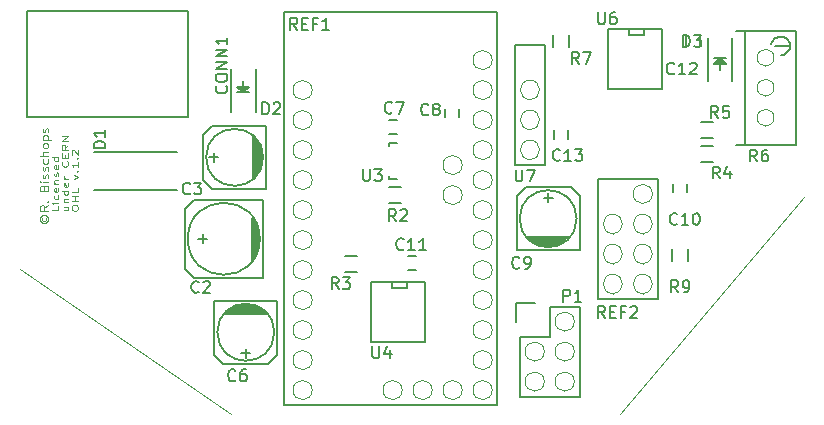
<source format=gto>
G04 #@! TF.FileFunction,Legend,Top*
%FSLAX46Y46*%
G04 Gerber Fmt 4.6, Leading zero omitted, Abs format (unit mm)*
G04 Created by KiCad (PCBNEW 4.0.2-stable) date 2-3-2016 10:14:05*
%MOMM*%
G01*
G04 APERTURE LIST*
%ADD10C,0.100000*%
%ADD11C,0.125000*%
%ADD12C,0.150000*%
G04 APERTURE END LIST*
D10*
D11*
X1865238Y16624763D02*
X1841429Y16577143D01*
X1841429Y16481905D01*
X1865238Y16434286D01*
X1912857Y16386667D01*
X1960476Y16362858D01*
X2055714Y16362858D01*
X2103333Y16386667D01*
X2150952Y16434286D01*
X2174762Y16481905D01*
X2174762Y16577143D01*
X2150952Y16624763D01*
X1674762Y16529524D02*
X1698571Y16410477D01*
X1770000Y16291429D01*
X1889048Y16220001D01*
X2008095Y16196191D01*
X2127143Y16220001D01*
X2246190Y16291429D01*
X2317619Y16410477D01*
X2341429Y16529524D01*
X2317619Y16648572D01*
X2246190Y16767620D01*
X2127143Y16839048D01*
X2008095Y16862858D01*
X1889048Y16839048D01*
X1770000Y16767620D01*
X1698571Y16648572D01*
X1674762Y16529524D01*
X2366667Y17674286D02*
X2033333Y17424286D01*
X2366667Y17245714D02*
X1666667Y17245714D01*
X1666667Y17531429D01*
X1700000Y17602857D01*
X1733333Y17638572D01*
X1800000Y17674286D01*
X1900000Y17674286D01*
X1966667Y17638572D01*
X2000000Y17602857D01*
X2033333Y17531429D01*
X2033333Y17245714D01*
X2300000Y17995714D02*
X2333333Y18031429D01*
X2366667Y17995714D01*
X2333333Y17960000D01*
X2300000Y17995714D01*
X2366667Y17995714D01*
X2000000Y19174286D02*
X2033333Y19281429D01*
X2066667Y19317144D01*
X2133333Y19352858D01*
X2233333Y19352858D01*
X2300000Y19317144D01*
X2333333Y19281429D01*
X2366667Y19210001D01*
X2366667Y18924286D01*
X1666667Y18924286D01*
X1666667Y19174286D01*
X1700000Y19245715D01*
X1733333Y19281429D01*
X1800000Y19317144D01*
X1866667Y19317144D01*
X1933333Y19281429D01*
X1966667Y19245715D01*
X2000000Y19174286D01*
X2000000Y18924286D01*
X2366667Y19674286D02*
X1900000Y19674286D01*
X1666667Y19674286D02*
X1700000Y19638572D01*
X1733333Y19674286D01*
X1700000Y19710001D01*
X1666667Y19674286D01*
X1733333Y19674286D01*
X2333333Y19995715D02*
X2366667Y20067144D01*
X2366667Y20210001D01*
X2333333Y20281429D01*
X2266667Y20317144D01*
X2233333Y20317144D01*
X2166667Y20281429D01*
X2133333Y20210001D01*
X2133333Y20102858D01*
X2100000Y20031429D01*
X2033333Y19995715D01*
X2000000Y19995715D01*
X1933333Y20031429D01*
X1900000Y20102858D01*
X1900000Y20210001D01*
X1933333Y20281429D01*
X2333333Y20602858D02*
X2366667Y20674287D01*
X2366667Y20817144D01*
X2333333Y20888572D01*
X2266667Y20924287D01*
X2233333Y20924287D01*
X2166667Y20888572D01*
X2133333Y20817144D01*
X2133333Y20710001D01*
X2100000Y20638572D01*
X2033333Y20602858D01*
X2000000Y20602858D01*
X1933333Y20638572D01*
X1900000Y20710001D01*
X1900000Y20817144D01*
X1933333Y20888572D01*
X2333333Y21567144D02*
X2366667Y21495715D01*
X2366667Y21352858D01*
X2333333Y21281430D01*
X2300000Y21245715D01*
X2233333Y21210001D01*
X2033333Y21210001D01*
X1966667Y21245715D01*
X1933333Y21281430D01*
X1900000Y21352858D01*
X1900000Y21495715D01*
X1933333Y21567144D01*
X2366667Y21888572D02*
X1666667Y21888572D01*
X2366667Y22210001D02*
X2000000Y22210001D01*
X1933333Y22174287D01*
X1900000Y22102858D01*
X1900000Y21995715D01*
X1933333Y21924287D01*
X1966667Y21888572D01*
X2366667Y22674286D02*
X2333333Y22602858D01*
X2300000Y22567143D01*
X2233333Y22531429D01*
X2033333Y22531429D01*
X1966667Y22567143D01*
X1933333Y22602858D01*
X1900000Y22674286D01*
X1900000Y22781429D01*
X1933333Y22852858D01*
X1966667Y22888572D01*
X2033333Y22924286D01*
X2233333Y22924286D01*
X2300000Y22888572D01*
X2333333Y22852858D01*
X2366667Y22781429D01*
X2366667Y22674286D01*
X1900000Y23245714D02*
X2600000Y23245714D01*
X1933333Y23245714D02*
X1900000Y23317143D01*
X1900000Y23460000D01*
X1933333Y23531429D01*
X1966667Y23567143D01*
X2033333Y23602857D01*
X2233333Y23602857D01*
X2300000Y23567143D01*
X2333333Y23531429D01*
X2366667Y23460000D01*
X2366667Y23317143D01*
X2333333Y23245714D01*
X2333333Y23888571D02*
X2366667Y23960000D01*
X2366667Y24102857D01*
X2333333Y24174285D01*
X2266667Y24210000D01*
X2233333Y24210000D01*
X2166667Y24174285D01*
X2133333Y24102857D01*
X2133333Y23995714D01*
X2100000Y23924285D01*
X2033333Y23888571D01*
X2000000Y23888571D01*
X1933333Y23924285D01*
X1900000Y23995714D01*
X1900000Y24102857D01*
X1933333Y24174285D01*
X3211190Y17615714D02*
X3211190Y17258571D01*
X2711190Y17258571D01*
X3211190Y17865714D02*
X2877857Y17865714D01*
X2711190Y17865714D02*
X2735000Y17830000D01*
X2758810Y17865714D01*
X2735000Y17901429D01*
X2711190Y17865714D01*
X2758810Y17865714D01*
X3187381Y18544286D02*
X3211190Y18472857D01*
X3211190Y18330000D01*
X3187381Y18258572D01*
X3163571Y18222857D01*
X3115952Y18187143D01*
X2973095Y18187143D01*
X2925476Y18222857D01*
X2901667Y18258572D01*
X2877857Y18330000D01*
X2877857Y18472857D01*
X2901667Y18544286D01*
X3187381Y19151429D02*
X3211190Y19080000D01*
X3211190Y18937143D01*
X3187381Y18865714D01*
X3139762Y18830000D01*
X2949286Y18830000D01*
X2901667Y18865714D01*
X2877857Y18937143D01*
X2877857Y19080000D01*
X2901667Y19151429D01*
X2949286Y19187143D01*
X2996905Y19187143D01*
X3044524Y18830000D01*
X2877857Y19508571D02*
X3211190Y19508571D01*
X2925476Y19508571D02*
X2901667Y19544286D01*
X2877857Y19615714D01*
X2877857Y19722857D01*
X2901667Y19794286D01*
X2949286Y19830000D01*
X3211190Y19830000D01*
X3187381Y20151428D02*
X3211190Y20222857D01*
X3211190Y20365714D01*
X3187381Y20437142D01*
X3139762Y20472857D01*
X3115952Y20472857D01*
X3068333Y20437142D01*
X3044524Y20365714D01*
X3044524Y20258571D01*
X3020714Y20187142D01*
X2973095Y20151428D01*
X2949286Y20151428D01*
X2901667Y20187142D01*
X2877857Y20258571D01*
X2877857Y20365714D01*
X2901667Y20437142D01*
X3187381Y21080000D02*
X3211190Y21008571D01*
X3211190Y20865714D01*
X3187381Y20794285D01*
X3139762Y20758571D01*
X2949286Y20758571D01*
X2901667Y20794285D01*
X2877857Y20865714D01*
X2877857Y21008571D01*
X2901667Y21080000D01*
X2949286Y21115714D01*
X2996905Y21115714D01*
X3044524Y20758571D01*
X3211190Y21758571D02*
X2711190Y21758571D01*
X3187381Y21758571D02*
X3211190Y21687142D01*
X3211190Y21544285D01*
X3187381Y21472857D01*
X3163571Y21437142D01*
X3115952Y21401428D01*
X2973095Y21401428D01*
X2925476Y21437142D01*
X2901667Y21472857D01*
X2877857Y21544285D01*
X2877857Y21687142D01*
X2901667Y21758571D01*
X3702857Y17580000D02*
X4036190Y17580000D01*
X3702857Y17258571D02*
X3964762Y17258571D01*
X4012381Y17294286D01*
X4036190Y17365714D01*
X4036190Y17472857D01*
X4012381Y17544286D01*
X3988571Y17580000D01*
X3702857Y17937142D02*
X4036190Y17937142D01*
X3750476Y17937142D02*
X3726667Y17972857D01*
X3702857Y18044285D01*
X3702857Y18151428D01*
X3726667Y18222857D01*
X3774286Y18258571D01*
X4036190Y18258571D01*
X4036190Y18937142D02*
X3536190Y18937142D01*
X4012381Y18937142D02*
X4036190Y18865713D01*
X4036190Y18722856D01*
X4012381Y18651428D01*
X3988571Y18615713D01*
X3940952Y18579999D01*
X3798095Y18579999D01*
X3750476Y18615713D01*
X3726667Y18651428D01*
X3702857Y18722856D01*
X3702857Y18865713D01*
X3726667Y18937142D01*
X4012381Y19579999D02*
X4036190Y19508570D01*
X4036190Y19365713D01*
X4012381Y19294284D01*
X3964762Y19258570D01*
X3774286Y19258570D01*
X3726667Y19294284D01*
X3702857Y19365713D01*
X3702857Y19508570D01*
X3726667Y19579999D01*
X3774286Y19615713D01*
X3821905Y19615713D01*
X3869524Y19258570D01*
X4036190Y19937141D02*
X3702857Y19937141D01*
X3798095Y19937141D02*
X3750476Y19972856D01*
X3726667Y20008570D01*
X3702857Y20079999D01*
X3702857Y20151427D01*
X3988571Y21401428D02*
X4012381Y21365714D01*
X4036190Y21258571D01*
X4036190Y21187142D01*
X4012381Y21079999D01*
X3964762Y21008571D01*
X3917143Y20972856D01*
X3821905Y20937142D01*
X3750476Y20937142D01*
X3655238Y20972856D01*
X3607619Y21008571D01*
X3560000Y21079999D01*
X3536190Y21187142D01*
X3536190Y21258571D01*
X3560000Y21365714D01*
X3583810Y21401428D01*
X3774286Y21722856D02*
X3774286Y21972856D01*
X4036190Y22079999D02*
X4036190Y21722856D01*
X3536190Y21722856D01*
X3536190Y22079999D01*
X4036190Y22829999D02*
X3798095Y22579999D01*
X4036190Y22401427D02*
X3536190Y22401427D01*
X3536190Y22687142D01*
X3560000Y22758570D01*
X3583810Y22794285D01*
X3631429Y22829999D01*
X3702857Y22829999D01*
X3750476Y22794285D01*
X3774286Y22758570D01*
X3798095Y22687142D01*
X3798095Y22401427D01*
X4036190Y23151427D02*
X3536190Y23151427D01*
X4036190Y23579999D01*
X3536190Y23579999D01*
X4361190Y17401429D02*
X4361190Y17544286D01*
X4385000Y17615714D01*
X4432619Y17687143D01*
X4527857Y17722857D01*
X4694524Y17722857D01*
X4789762Y17687143D01*
X4837381Y17615714D01*
X4861190Y17544286D01*
X4861190Y17401429D01*
X4837381Y17330000D01*
X4789762Y17258571D01*
X4694524Y17222857D01*
X4527857Y17222857D01*
X4432619Y17258571D01*
X4385000Y17330000D01*
X4361190Y17401429D01*
X4861190Y18044285D02*
X4361190Y18044285D01*
X4599286Y18044285D02*
X4599286Y18472857D01*
X4861190Y18472857D02*
X4361190Y18472857D01*
X4861190Y19187142D02*
X4861190Y18829999D01*
X4361190Y18829999D01*
X4527857Y19937143D02*
X4861190Y20115714D01*
X4527857Y20294286D01*
X4813571Y20580000D02*
X4837381Y20615715D01*
X4861190Y20580000D01*
X4837381Y20544286D01*
X4813571Y20580000D01*
X4861190Y20580000D01*
X4861190Y21330001D02*
X4861190Y20901429D01*
X4861190Y21115715D02*
X4361190Y21115715D01*
X4432619Y21044286D01*
X4480238Y20972858D01*
X4504048Y20901429D01*
X4813571Y21651429D02*
X4837381Y21687144D01*
X4861190Y21651429D01*
X4837381Y21615715D01*
X4813571Y21651429D01*
X4861190Y21651429D01*
X4408810Y21972858D02*
X4385000Y22008572D01*
X4361190Y22080001D01*
X4361190Y22258572D01*
X4385000Y22330001D01*
X4408810Y22365715D01*
X4456429Y22401430D01*
X4504048Y22401430D01*
X4575476Y22365715D01*
X4861190Y21937144D01*
X4861190Y22401430D01*
D10*
X-6900Y12296500D02*
X17840000Y8000D01*
X50748700Y-6600D02*
X66336900Y18357500D01*
D12*
X53971900Y17381600D02*
X53971900Y9761600D01*
X53971900Y9761600D02*
X48891900Y9761600D01*
X48891900Y9761600D02*
X48891900Y19921600D01*
X48891900Y19921600D02*
X51431900Y19921600D01*
X53971900Y19921600D02*
X53971900Y17381600D01*
X51431900Y19921600D02*
X53971900Y19921600D01*
X31906400Y23703100D02*
X31206400Y23703100D01*
X31206400Y24903100D02*
X31906400Y24903100D01*
X35985600Y25179920D02*
X35985600Y25879920D01*
X37185600Y25879920D02*
X37185600Y25179920D01*
X55270000Y18800000D02*
X55270000Y19500000D01*
X56470000Y19500000D02*
X56470000Y18800000D01*
X33532000Y12171500D02*
X32832000Y12171500D01*
X32832000Y13371500D02*
X33532000Y13371500D01*
X57584360Y31997840D02*
X57584360Y31297840D01*
X56384360Y31297840D02*
X56384360Y31997840D01*
X45174360Y23327840D02*
X45174360Y24027840D01*
X46374360Y24027840D02*
X46374360Y23327840D01*
X42287900Y6573900D02*
X42287900Y1493900D01*
X42007900Y9393900D02*
X43557900Y9393900D01*
X44827900Y9113900D02*
X44827900Y6573900D01*
X44827900Y6573900D02*
X42287900Y6573900D01*
X42287900Y1493900D02*
X47367900Y1493900D01*
X47367900Y1493900D02*
X47367900Y6573900D01*
X42007900Y9393900D02*
X42007900Y7843900D01*
X47367900Y9113900D02*
X44827900Y9113900D01*
X47367900Y6573900D02*
X47367900Y9113900D01*
X32234200Y17900400D02*
X31234200Y17900400D01*
X31234200Y19250400D02*
X32234200Y19250400D01*
X27504360Y13422840D02*
X28504360Y13422840D01*
X28504360Y12072840D02*
X27504360Y12072840D01*
X57650000Y22715000D02*
X58650000Y22715000D01*
X58650000Y21365000D02*
X57650000Y21365000D01*
X57650000Y24755000D02*
X58650000Y24755000D01*
X58650000Y23405000D02*
X57650000Y23405000D01*
X45115560Y31125920D02*
X45115560Y32125920D01*
X46465560Y32125920D02*
X46465560Y31125920D01*
X31185560Y22744760D02*
X31185560Y22696500D01*
X31886600Y19945780D02*
X31185560Y19945780D01*
X31185560Y19945780D02*
X31185560Y20194700D01*
X31185560Y22744760D02*
X31185560Y22945420D01*
X31185560Y22945420D02*
X31886600Y22945420D01*
X34274200Y11209400D02*
X34274200Y6129400D01*
X34274200Y6129400D02*
X29702200Y6129400D01*
X29702200Y6129400D02*
X29702200Y11209400D01*
X29702200Y11209400D02*
X34274200Y11209400D01*
X32750200Y11209400D02*
X32750200Y10701400D01*
X32750200Y10701400D02*
X31480200Y10701400D01*
X31480200Y10701400D02*
X31480200Y11209400D01*
X54294480Y32641920D02*
X54294480Y27561920D01*
X54294480Y27561920D02*
X49722480Y27561920D01*
X49722480Y27561920D02*
X49722480Y32641920D01*
X49722480Y32641920D02*
X54294480Y32641920D01*
X52770480Y32641920D02*
X52770480Y32133920D01*
X52770480Y32133920D02*
X51500480Y32133920D01*
X51500480Y32133920D02*
X51500480Y32641920D01*
X19727620Y9225660D02*
X18330620Y9225660D01*
X19981620Y9098660D02*
X18203620Y9098660D01*
X20362620Y8971660D02*
X17822620Y8971660D01*
X17695620Y8844660D02*
X20489620Y8844660D01*
X20616620Y8717660D02*
X17568620Y8717660D01*
X17441620Y8590660D02*
X20743620Y8590660D01*
X20870620Y8463660D02*
X17314620Y8463660D01*
X21759620Y9606660D02*
X21759620Y5034660D01*
X21759620Y5034660D02*
X20997620Y4272660D01*
X20997620Y4272660D02*
X17187620Y4272660D01*
X17187620Y4272660D02*
X16425620Y5034660D01*
X16425620Y5034660D02*
X16425620Y9606660D01*
X16425620Y9606660D02*
X21759620Y9606660D01*
X19092620Y4780660D02*
X19092620Y5542660D01*
X19473620Y5161660D02*
X18711620Y5161660D01*
X21505620Y6939660D02*
G75*
G03X21505620Y6939660I-2413000J0D01*
G01*
X20428660Y21112860D02*
X20428660Y22509860D01*
X20301660Y20858860D02*
X20301660Y22636860D01*
X20174660Y20477860D02*
X20174660Y23017860D01*
X20047660Y23144860D02*
X20047660Y20350860D01*
X19920660Y20223860D02*
X19920660Y23271860D01*
X19793660Y23398860D02*
X19793660Y20096860D01*
X19666660Y19969860D02*
X19666660Y23525860D01*
X20809660Y19080860D02*
X16237660Y19080860D01*
X16237660Y19080860D02*
X15475660Y19842860D01*
X15475660Y19842860D02*
X15475660Y23652860D01*
X15475660Y23652860D02*
X16237660Y24414860D01*
X16237660Y24414860D02*
X20809660Y24414860D01*
X20809660Y24414860D02*
X20809660Y19080860D01*
X15983660Y21747860D02*
X16745660Y21747860D01*
X16364660Y21366860D02*
X16364660Y22128860D01*
X20555660Y21747860D02*
G75*
G03X20555660Y21747860I-2413000J0D01*
G01*
X44053200Y14270100D02*
X45450200Y14270100D01*
X43799200Y14397100D02*
X45577200Y14397100D01*
X43418200Y14524100D02*
X45958200Y14524100D01*
X46085200Y14651100D02*
X43291200Y14651100D01*
X43164200Y14778100D02*
X46212200Y14778100D01*
X46339200Y14905100D02*
X43037200Y14905100D01*
X42910200Y15032100D02*
X46466200Y15032100D01*
X42021200Y13889100D02*
X42021200Y18461100D01*
X42021200Y18461100D02*
X42783200Y19223100D01*
X42783200Y19223100D02*
X46593200Y19223100D01*
X46593200Y19223100D02*
X47355200Y18461100D01*
X47355200Y18461100D02*
X47355200Y13889100D01*
X47355200Y13889100D02*
X42021200Y13889100D01*
X44688200Y18715100D02*
X44688200Y17953100D01*
X44307200Y18334100D02*
X45069200Y18334100D01*
X47101200Y16556100D02*
G75*
G03X47101200Y16556100I-2413000J0D01*
G01*
X20151800Y14092300D02*
X20151800Y15616300D01*
X20024800Y15997300D02*
X20024800Y13711300D01*
X19897800Y13457300D02*
X19897800Y16251300D01*
X19770800Y16505300D02*
X19770800Y13203300D01*
X19643800Y13076300D02*
X19643800Y16632300D01*
X20532800Y11552300D02*
X20532800Y18156300D01*
X20532800Y18156300D02*
X14690800Y18156300D01*
X14690800Y18156300D02*
X13928800Y17394300D01*
X13928800Y17394300D02*
X13928800Y12314300D01*
X13928800Y12314300D02*
X14690800Y11552300D01*
X14690800Y11552300D02*
X20532800Y11552300D01*
X15071800Y14854300D02*
X15833800Y14854300D01*
X15452800Y14473300D02*
X15452800Y15235300D01*
X20278800Y14854300D02*
G75*
G03X20278800Y14854300I-3048000J0D01*
G01*
X65135200Y31199200D02*
X63865200Y31199200D01*
X64385900Y30411800D02*
X64639900Y30449900D01*
X64639900Y30449900D02*
X64919300Y30627700D01*
X64919300Y30627700D02*
X65135200Y30945200D01*
X65135200Y30945200D02*
X65147900Y31389700D01*
X65147900Y31389700D02*
X64944700Y31745300D01*
X64944700Y31745300D02*
X64652600Y31923100D01*
X64652600Y31923100D02*
X64335100Y31973900D01*
X64335100Y31973900D02*
X63928700Y31872300D01*
X63928700Y31872300D02*
X63674700Y31529400D01*
X63674700Y31529400D02*
X63585800Y31351600D01*
X61325200Y22817200D02*
X61325200Y32469200D01*
X64373200Y32469200D02*
X65643200Y32469200D01*
X65643200Y32469200D02*
X65643200Y22817200D01*
X65643200Y22817200D02*
X60563200Y22817200D01*
X60563200Y32469200D02*
X63103200Y32469200D01*
X63103200Y32469200D02*
X64373200Y32469200D01*
X22368300Y34044000D02*
X40402300Y34044000D01*
X40402300Y770000D02*
X40402300Y34044000D01*
X22368300Y770000D02*
X22368300Y34044000D01*
X22368300Y770000D02*
X40402300Y770000D01*
X44418960Y21110320D02*
X41878960Y21110320D01*
X44418960Y28730320D02*
X44418960Y21110320D01*
X41878960Y21110320D02*
X41878960Y31270320D01*
X41878960Y31270320D02*
X44418960Y31270320D01*
X44418960Y31270320D02*
X44418960Y28730320D01*
X19919100Y25594800D02*
X19919100Y29194800D01*
X17819100Y25594800D02*
X17819100Y29194800D01*
X18569100Y27644800D02*
X19169100Y27644800D01*
X19169100Y27644800D02*
X18869100Y27344800D01*
X18869100Y27344800D02*
X18669100Y27544800D01*
X18669100Y27544800D02*
X18919100Y27544800D01*
X18919100Y27544800D02*
X18869100Y27494800D01*
X18369100Y27244800D02*
X19369100Y27244800D01*
X18869100Y27744800D02*
X18869100Y28244800D01*
X18869100Y27244800D02*
X18369100Y27744800D01*
X18369100Y27744800D02*
X19369100Y27744800D01*
X19369100Y27744800D02*
X18869100Y27244800D01*
X58192400Y31812500D02*
X58192400Y28212500D01*
X60292400Y31812500D02*
X60292400Y28212500D01*
X59542400Y29762500D02*
X58942400Y29762500D01*
X58942400Y29762500D02*
X59242400Y30062500D01*
X59242400Y30062500D02*
X59442400Y29862500D01*
X59442400Y29862500D02*
X59192400Y29862500D01*
X59192400Y29862500D02*
X59242400Y29912500D01*
X59742400Y30162500D02*
X58742400Y30162500D01*
X59242400Y29662500D02*
X59242400Y29162500D01*
X59242400Y30162500D02*
X59742400Y29662500D01*
X59742400Y29662500D02*
X58742400Y29662500D01*
X58742400Y29662500D02*
X59242400Y30162500D01*
X13260000Y18970000D02*
X6260000Y18970000D01*
X6260000Y22170000D02*
X13260000Y22170000D01*
X14180000Y25130000D02*
X14180000Y34130000D01*
X14180000Y34130000D02*
X580000Y34130000D01*
X580000Y25130000D02*
X580000Y34130000D01*
X14180000Y25130000D02*
X580000Y25130000D01*
X56565000Y14000000D02*
X56565000Y13000000D01*
X55215000Y13000000D02*
X55215000Y14000000D01*
D10*
X53515500Y18651600D02*
G75*
G03X53515500Y18651600I-813600J0D01*
G01*
X52701900Y16925200D02*
X52701900Y16925200D01*
X52701900Y15298000D02*
X52701900Y15298000D01*
X52701900Y16925200D02*
G75*
G03X52701900Y15298000I0J-813600D01*
G01*
X52701900Y15298000D02*
G75*
G03X52701900Y16925200I0J813600D01*
G01*
X50161900Y16925200D02*
X50161900Y16925200D01*
X50161900Y15298000D02*
X50161900Y15298000D01*
X50161900Y16925200D02*
G75*
G03X50161900Y15298000I0J-813600D01*
G01*
X50161900Y15298000D02*
G75*
G03X50161900Y16925200I0J813600D01*
G01*
X52701900Y14385200D02*
X52701900Y14385200D01*
X52701900Y12758000D02*
X52701900Y12758000D01*
X52701900Y14385200D02*
G75*
G03X52701900Y12758000I0J-813600D01*
G01*
X52701900Y12758000D02*
G75*
G03X52701900Y14385200I0J813600D01*
G01*
X50161900Y14385200D02*
X50161900Y14385200D01*
X50161900Y12758000D02*
X50161900Y12758000D01*
X50161900Y14385200D02*
G75*
G03X50161900Y12758000I0J-813600D01*
G01*
X50161900Y12758000D02*
G75*
G03X50161900Y14385200I0J813600D01*
G01*
X52701900Y11845200D02*
X52701900Y11845200D01*
X52701900Y10218000D02*
X52701900Y10218000D01*
X52701900Y11845200D02*
G75*
G03X52701900Y10218000I0J-813600D01*
G01*
X52701900Y10218000D02*
G75*
G03X52701900Y11845200I0J813600D01*
G01*
X50161900Y11845200D02*
X50161900Y11845200D01*
X50161900Y10218000D02*
X50161900Y10218000D01*
X50161900Y11845200D02*
G75*
G03X50161900Y10218000I0J-813600D01*
G01*
X50161900Y10218000D02*
G75*
G03X50161900Y11845200I0J813600D01*
G01*
X45284300Y7843900D02*
X45284300Y7843900D01*
X46911500Y7843900D02*
X46911500Y7843900D01*
X45284300Y7843900D02*
G75*
G03X46911500Y7843900I813600J0D01*
G01*
X46911500Y7843900D02*
G75*
G03X45284300Y7843900I-813600J0D01*
G01*
X42744300Y5303900D02*
X42744300Y5303900D01*
X44371500Y5303900D02*
X44371500Y5303900D01*
X42744300Y5303900D02*
G75*
G03X44371500Y5303900I813600J0D01*
G01*
X44371500Y5303900D02*
G75*
G03X42744300Y5303900I-813600J0D01*
G01*
X45284300Y5303900D02*
X45284300Y5303900D01*
X46911500Y5303900D02*
X46911500Y5303900D01*
X45284300Y5303900D02*
G75*
G03X46911500Y5303900I813600J0D01*
G01*
X46911500Y5303900D02*
G75*
G03X45284300Y5303900I-813600J0D01*
G01*
X42744300Y2763900D02*
X42744300Y2763900D01*
X44371500Y2763900D02*
X44371500Y2763900D01*
X42744300Y2763900D02*
G75*
G03X44371500Y2763900I813600J0D01*
G01*
X44371500Y2763900D02*
G75*
G03X42744300Y2763900I-813600J0D01*
G01*
X45284300Y2763900D02*
X45284300Y2763900D01*
X46911500Y2763900D02*
X46911500Y2763900D01*
X45284300Y2763900D02*
G75*
G03X46911500Y2763900I813600J0D01*
G01*
X46911500Y2763900D02*
G75*
G03X45284300Y2763900I-813600J0D01*
G01*
X63815200Y27643200D02*
G75*
G03X63815200Y27643200I-712000J0D01*
G01*
X63815200Y25103200D02*
G75*
G03X63815200Y25103200I-712000J0D01*
G01*
X63815200Y30183200D02*
G75*
G03X63815200Y30183200I-712000J0D01*
G01*
X39951900Y2040000D02*
G75*
G03X39951900Y2040000I-813600J0D01*
G01*
X39951900Y4580000D02*
G75*
G03X39951900Y4580000I-813600J0D01*
G01*
X39951900Y7120000D02*
G75*
G03X39951900Y7120000I-813600J0D01*
G01*
X39951900Y9660000D02*
G75*
G03X39951900Y9660000I-813600J0D01*
G01*
X39951900Y12200000D02*
G75*
G03X39951900Y12200000I-813600J0D01*
G01*
X39951900Y14740000D02*
G75*
G03X39951900Y14740000I-813600J0D01*
G01*
X39951900Y17280000D02*
G75*
G03X39951900Y17280000I-813600J0D01*
G01*
X39951900Y19820000D02*
G75*
G03X39951900Y19820000I-813600J0D01*
G01*
X39951900Y22360000D02*
G75*
G03X39951900Y22360000I-813600J0D01*
G01*
X39951900Y24900000D02*
G75*
G03X39951900Y24900000I-813600J0D01*
G01*
X39951900Y27440000D02*
G75*
G03X39951900Y27440000I-813600J0D01*
G01*
X39951900Y29980000D02*
G75*
G03X39951900Y29980000I-813600J0D01*
G01*
X37411900Y2040000D02*
G75*
G03X37411900Y2040000I-813600J0D01*
G01*
X34871900Y2040000D02*
G75*
G03X34871900Y2040000I-813600J0D01*
G01*
X32331900Y2040000D02*
G75*
G03X32331900Y2040000I-813600J0D01*
G01*
X24711900Y27440000D02*
G75*
G03X24711900Y27440000I-813600J0D01*
G01*
X24711900Y24900000D02*
G75*
G03X24711900Y24900000I-813600J0D01*
G01*
X24711900Y22360000D02*
G75*
G03X24711900Y22360000I-813600J0D01*
G01*
X24711900Y19820000D02*
G75*
G03X24711900Y19820000I-813600J0D01*
G01*
X24711900Y17280000D02*
G75*
G03X24711900Y17280000I-813600J0D01*
G01*
X24711900Y14740000D02*
G75*
G03X24711900Y14740000I-813600J0D01*
G01*
X24711900Y12200000D02*
G75*
G03X24711900Y12200000I-813600J0D01*
G01*
X24711900Y9660000D02*
G75*
G03X24711900Y9660000I-813600J0D01*
G01*
X24711900Y7120000D02*
G75*
G03X24711900Y7120000I-813600J0D01*
G01*
X24711900Y4580000D02*
G75*
G03X24711900Y4580000I-813600J0D01*
G01*
X24711900Y2040000D02*
G75*
G03X24711900Y2040000I-813600J0D01*
G01*
X37411900Y21090000D02*
G75*
G03X37411900Y21090000I-813600J0D01*
G01*
X37411900Y18550000D02*
G75*
G03X37411900Y18550000I-813600J0D01*
G01*
X43148960Y28273920D02*
X43148960Y28273920D01*
X43148960Y26646720D02*
X43148960Y26646720D01*
X43148960Y28273920D02*
G75*
G03X43148960Y26646720I0J-813600D01*
G01*
X43148960Y26646720D02*
G75*
G03X43148960Y28273920I0J813600D01*
G01*
X43148960Y25733920D02*
X43148960Y25733920D01*
X43148960Y24106720D02*
X43148960Y24106720D01*
X43148960Y25733920D02*
G75*
G03X43148960Y24106720I0J-813600D01*
G01*
X43148960Y24106720D02*
G75*
G03X43148960Y25733920I0J813600D01*
G01*
X43148960Y23193920D02*
X43148960Y23193920D01*
X43148960Y21566720D02*
X43148960Y21566720D01*
X43148960Y23193920D02*
G75*
G03X43148960Y21566720I0J-813600D01*
G01*
X43148960Y21566720D02*
G75*
G03X43148960Y23193920I0J813600D01*
G01*
D12*
X49507981Y8140819D02*
X49174647Y8617010D01*
X48936552Y8140819D02*
X48936552Y9140819D01*
X49317505Y9140819D01*
X49412743Y9093200D01*
X49460362Y9045581D01*
X49507981Y8950343D01*
X49507981Y8807486D01*
X49460362Y8712248D01*
X49412743Y8664629D01*
X49317505Y8617010D01*
X48936552Y8617010D01*
X49936552Y8664629D02*
X50269886Y8664629D01*
X50412743Y8140819D02*
X49936552Y8140819D01*
X49936552Y9140819D01*
X50412743Y9140819D01*
X51174648Y8664629D02*
X50841314Y8664629D01*
X50841314Y8140819D02*
X50841314Y9140819D01*
X51317505Y9140819D01*
X51650838Y9045581D02*
X51698457Y9093200D01*
X51793695Y9140819D01*
X52031791Y9140819D01*
X52127029Y9093200D01*
X52174648Y9045581D01*
X52222267Y8950343D01*
X52222267Y8855105D01*
X52174648Y8712248D01*
X51603219Y8140819D01*
X52222267Y8140819D01*
X31467694Y25550697D02*
X31420075Y25503078D01*
X31277218Y25455459D01*
X31181980Y25455459D01*
X31039122Y25503078D01*
X30943884Y25598316D01*
X30896265Y25693554D01*
X30848646Y25884030D01*
X30848646Y26026888D01*
X30896265Y26217364D01*
X30943884Y26312602D01*
X31039122Y26407840D01*
X31181980Y26455459D01*
X31277218Y26455459D01*
X31420075Y26407840D01*
X31467694Y26360221D01*
X31801027Y26455459D02*
X32467694Y26455459D01*
X32039122Y25455459D01*
X34547694Y25390697D02*
X34500075Y25343078D01*
X34357218Y25295459D01*
X34261980Y25295459D01*
X34119122Y25343078D01*
X34023884Y25438316D01*
X33976265Y25533554D01*
X33928646Y25724030D01*
X33928646Y25866888D01*
X33976265Y26057364D01*
X34023884Y26152602D01*
X34119122Y26247840D01*
X34261980Y26295459D01*
X34357218Y26295459D01*
X34500075Y26247840D01*
X34547694Y26200221D01*
X35119122Y25866888D02*
X35023884Y25914507D01*
X34976265Y25962126D01*
X34928646Y26057364D01*
X34928646Y26104983D01*
X34976265Y26200221D01*
X35023884Y26247840D01*
X35119122Y26295459D01*
X35309599Y26295459D01*
X35404837Y26247840D01*
X35452456Y26200221D01*
X35500075Y26104983D01*
X35500075Y26057364D01*
X35452456Y25962126D01*
X35404837Y25914507D01*
X35309599Y25866888D01*
X35119122Y25866888D01*
X35023884Y25819269D01*
X34976265Y25771650D01*
X34928646Y25676411D01*
X34928646Y25485935D01*
X34976265Y25390697D01*
X35023884Y25343078D01*
X35119122Y25295459D01*
X35309599Y25295459D01*
X35404837Y25343078D01*
X35452456Y25390697D01*
X35500075Y25485935D01*
X35500075Y25676411D01*
X35452456Y25771650D01*
X35404837Y25819269D01*
X35309599Y25866888D01*
X55608143Y16125857D02*
X55560524Y16078238D01*
X55417667Y16030619D01*
X55322429Y16030619D01*
X55179571Y16078238D01*
X55084333Y16173476D01*
X55036714Y16268714D01*
X54989095Y16459190D01*
X54989095Y16602048D01*
X55036714Y16792524D01*
X55084333Y16887762D01*
X55179571Y16983000D01*
X55322429Y17030619D01*
X55417667Y17030619D01*
X55560524Y16983000D01*
X55608143Y16935381D01*
X56560524Y16030619D02*
X55989095Y16030619D01*
X56274809Y16030619D02*
X56274809Y17030619D01*
X56179571Y16887762D01*
X56084333Y16792524D01*
X55989095Y16744905D01*
X57179571Y17030619D02*
X57274810Y17030619D01*
X57370048Y16983000D01*
X57417667Y16935381D01*
X57465286Y16840143D01*
X57512905Y16649667D01*
X57512905Y16411571D01*
X57465286Y16221095D01*
X57417667Y16125857D01*
X57370048Y16078238D01*
X57274810Y16030619D01*
X57179571Y16030619D01*
X57084333Y16078238D01*
X57036714Y16125857D01*
X56989095Y16221095D01*
X56941476Y16411571D01*
X56941476Y16649667D01*
X56989095Y16840143D01*
X57036714Y16935381D01*
X57084333Y16983000D01*
X57179571Y17030619D01*
X32451503Y13990697D02*
X32403884Y13943078D01*
X32261027Y13895459D01*
X32165789Y13895459D01*
X32022931Y13943078D01*
X31927693Y14038316D01*
X31880074Y14133554D01*
X31832455Y14324030D01*
X31832455Y14466888D01*
X31880074Y14657364D01*
X31927693Y14752602D01*
X32022931Y14847840D01*
X32165789Y14895459D01*
X32261027Y14895459D01*
X32403884Y14847840D01*
X32451503Y14800221D01*
X33403884Y13895459D02*
X32832455Y13895459D01*
X33118169Y13895459D02*
X33118169Y14895459D01*
X33022931Y14752602D01*
X32927693Y14657364D01*
X32832455Y14609745D01*
X34356265Y13895459D02*
X33784836Y13895459D01*
X34070550Y13895459D02*
X34070550Y14895459D01*
X33975312Y14752602D01*
X33880074Y14657364D01*
X33784836Y14609745D01*
X55366143Y28867537D02*
X55318524Y28819918D01*
X55175667Y28772299D01*
X55080429Y28772299D01*
X54937571Y28819918D01*
X54842333Y28915156D01*
X54794714Y29010394D01*
X54747095Y29200870D01*
X54747095Y29343728D01*
X54794714Y29534204D01*
X54842333Y29629442D01*
X54937571Y29724680D01*
X55080429Y29772299D01*
X55175667Y29772299D01*
X55318524Y29724680D01*
X55366143Y29677061D01*
X56318524Y28772299D02*
X55747095Y28772299D01*
X56032809Y28772299D02*
X56032809Y29772299D01*
X55937571Y29629442D01*
X55842333Y29534204D01*
X55747095Y29486585D01*
X56699476Y29677061D02*
X56747095Y29724680D01*
X56842333Y29772299D01*
X57080429Y29772299D01*
X57175667Y29724680D01*
X57223286Y29677061D01*
X57270905Y29581823D01*
X57270905Y29486585D01*
X57223286Y29343728D01*
X56651857Y28772299D01*
X57270905Y28772299D01*
X45691503Y21530697D02*
X45643884Y21483078D01*
X45501027Y21435459D01*
X45405789Y21435459D01*
X45262931Y21483078D01*
X45167693Y21578316D01*
X45120074Y21673554D01*
X45072455Y21864030D01*
X45072455Y22006888D01*
X45120074Y22197364D01*
X45167693Y22292602D01*
X45262931Y22387840D01*
X45405789Y22435459D01*
X45501027Y22435459D01*
X45643884Y22387840D01*
X45691503Y22340221D01*
X46643884Y21435459D02*
X46072455Y21435459D01*
X46358169Y21435459D02*
X46358169Y22435459D01*
X46262931Y22292602D01*
X46167693Y22197364D01*
X46072455Y22149745D01*
X46977217Y22435459D02*
X47596265Y22435459D01*
X47262931Y22054507D01*
X47405789Y22054507D01*
X47501027Y22006888D01*
X47548646Y21959269D01*
X47596265Y21864030D01*
X47596265Y21625935D01*
X47548646Y21530697D01*
X47501027Y21483078D01*
X47405789Y21435459D01*
X47120074Y21435459D01*
X47024836Y21483078D01*
X46977217Y21530697D01*
X45986265Y9535459D02*
X45986265Y10535459D01*
X46367218Y10535459D01*
X46462456Y10487840D01*
X46510075Y10440221D01*
X46557694Y10344983D01*
X46557694Y10202126D01*
X46510075Y10106888D01*
X46462456Y10059269D01*
X46367218Y10011650D01*
X45986265Y10011650D01*
X47510075Y9535459D02*
X46938646Y9535459D01*
X47224360Y9535459D02*
X47224360Y10535459D01*
X47129122Y10392602D01*
X47033884Y10297364D01*
X46938646Y10249745D01*
X31807694Y16345459D02*
X31474360Y16821650D01*
X31236265Y16345459D02*
X31236265Y17345459D01*
X31617218Y17345459D01*
X31712456Y17297840D01*
X31760075Y17250221D01*
X31807694Y17154983D01*
X31807694Y17012126D01*
X31760075Y16916888D01*
X31712456Y16869269D01*
X31617218Y16821650D01*
X31236265Y16821650D01*
X32188646Y17250221D02*
X32236265Y17297840D01*
X32331503Y17345459D01*
X32569599Y17345459D01*
X32664837Y17297840D01*
X32712456Y17250221D01*
X32760075Y17154983D01*
X32760075Y17059745D01*
X32712456Y16916888D01*
X32141027Y16345459D01*
X32760075Y16345459D01*
X26947694Y10595459D02*
X26614360Y11071650D01*
X26376265Y10595459D02*
X26376265Y11595459D01*
X26757218Y11595459D01*
X26852456Y11547840D01*
X26900075Y11500221D01*
X26947694Y11404983D01*
X26947694Y11262126D01*
X26900075Y11166888D01*
X26852456Y11119269D01*
X26757218Y11071650D01*
X26376265Y11071650D01*
X27281027Y11595459D02*
X27900075Y11595459D01*
X27566741Y11214507D01*
X27709599Y11214507D01*
X27804837Y11166888D01*
X27852456Y11119269D01*
X27900075Y11024030D01*
X27900075Y10785935D01*
X27852456Y10690697D01*
X27804837Y10643078D01*
X27709599Y10595459D01*
X27423884Y10595459D01*
X27328646Y10643078D01*
X27281027Y10690697D01*
X59215234Y19962019D02*
X58881900Y20438210D01*
X58643805Y19962019D02*
X58643805Y20962019D01*
X59024758Y20962019D01*
X59119996Y20914400D01*
X59167615Y20866781D01*
X59215234Y20771543D01*
X59215234Y20628686D01*
X59167615Y20533448D01*
X59119996Y20485829D01*
X59024758Y20438210D01*
X58643805Y20438210D01*
X60072377Y20628686D02*
X60072377Y19962019D01*
X59834281Y21009638D02*
X59596186Y20295352D01*
X60215234Y20295352D01*
X59075534Y25088119D02*
X58742200Y25564310D01*
X58504105Y25088119D02*
X58504105Y26088119D01*
X58885058Y26088119D01*
X58980296Y26040500D01*
X59027915Y25992881D01*
X59075534Y25897643D01*
X59075534Y25754786D01*
X59027915Y25659548D01*
X58980296Y25611929D01*
X58885058Y25564310D01*
X58504105Y25564310D01*
X59980296Y26088119D02*
X59504105Y26088119D01*
X59456486Y25611929D01*
X59504105Y25659548D01*
X59599343Y25707167D01*
X59837439Y25707167D01*
X59932677Y25659548D01*
X59980296Y25611929D01*
X60027915Y25516690D01*
X60027915Y25278595D01*
X59980296Y25183357D01*
X59932677Y25135738D01*
X59837439Y25088119D01*
X59599343Y25088119D01*
X59504105Y25135738D01*
X59456486Y25183357D01*
X47285054Y29649539D02*
X46951720Y30125730D01*
X46713625Y29649539D02*
X46713625Y30649539D01*
X47094578Y30649539D01*
X47189816Y30601920D01*
X47237435Y30554301D01*
X47285054Y30459063D01*
X47285054Y30316206D01*
X47237435Y30220968D01*
X47189816Y30173349D01*
X47094578Y30125730D01*
X46713625Y30125730D01*
X47618387Y30649539D02*
X48285054Y30649539D01*
X47856482Y29649539D01*
X29032455Y20755459D02*
X29032455Y19945935D01*
X29080074Y19850697D01*
X29127693Y19803078D01*
X29222931Y19755459D01*
X29413408Y19755459D01*
X29508646Y19803078D01*
X29556265Y19850697D01*
X29603884Y19945935D01*
X29603884Y20755459D01*
X29984836Y20755459D02*
X30603884Y20755459D01*
X30270550Y20374507D01*
X30413408Y20374507D01*
X30508646Y20326888D01*
X30556265Y20279269D01*
X30603884Y20184030D01*
X30603884Y19945935D01*
X30556265Y19850697D01*
X30508646Y19803078D01*
X30413408Y19755459D01*
X30127693Y19755459D01*
X30032455Y19803078D01*
X29984836Y19850697D01*
X29816595Y5749919D02*
X29816595Y4940395D01*
X29864214Y4845157D01*
X29911833Y4797538D01*
X30007071Y4749919D01*
X30197548Y4749919D01*
X30292786Y4797538D01*
X30340405Y4845157D01*
X30388024Y4940395D01*
X30388024Y5749919D01*
X31292786Y5416586D02*
X31292786Y4749919D01*
X31054690Y5797538D02*
X30816595Y5083252D01*
X31435643Y5083252D01*
X48909775Y34027739D02*
X48909775Y33218215D01*
X48957394Y33122977D01*
X49005013Y33075358D01*
X49100251Y33027739D01*
X49290728Y33027739D01*
X49385966Y33075358D01*
X49433585Y33122977D01*
X49481204Y33218215D01*
X49481204Y34027739D01*
X50385966Y34027739D02*
X50195489Y34027739D01*
X50100251Y33980120D01*
X50052632Y33932501D01*
X49957394Y33789644D01*
X49909775Y33599168D01*
X49909775Y33218215D01*
X49957394Y33122977D01*
X50005013Y33075358D01*
X50100251Y33027739D01*
X50290728Y33027739D01*
X50385966Y33075358D01*
X50433585Y33122977D01*
X50481204Y33218215D01*
X50481204Y33456310D01*
X50433585Y33551549D01*
X50385966Y33599168D01*
X50290728Y33646787D01*
X50100251Y33646787D01*
X50005013Y33599168D01*
X49957394Y33551549D01*
X49909775Y33456310D01*
X18214754Y2886817D02*
X18167135Y2839198D01*
X18024278Y2791579D01*
X17929040Y2791579D01*
X17786182Y2839198D01*
X17690944Y2934436D01*
X17643325Y3029674D01*
X17595706Y3220150D01*
X17595706Y3363008D01*
X17643325Y3553484D01*
X17690944Y3648722D01*
X17786182Y3743960D01*
X17929040Y3791579D01*
X18024278Y3791579D01*
X18167135Y3743960D01*
X18214754Y3696341D01*
X19071897Y3791579D02*
X18881420Y3791579D01*
X18786182Y3743960D01*
X18738563Y3696341D01*
X18643325Y3553484D01*
X18595706Y3363008D01*
X18595706Y2982055D01*
X18643325Y2886817D01*
X18690944Y2839198D01*
X18786182Y2791579D01*
X18976659Y2791579D01*
X19071897Y2839198D01*
X19119516Y2886817D01*
X19167135Y2982055D01*
X19167135Y3220150D01*
X19119516Y3315389D01*
X19071897Y3363008D01*
X18976659Y3410627D01*
X18786182Y3410627D01*
X18690944Y3363008D01*
X18643325Y3315389D01*
X18595706Y3220150D01*
X14387694Y18710697D02*
X14340075Y18663078D01*
X14197218Y18615459D01*
X14101980Y18615459D01*
X13959122Y18663078D01*
X13863884Y18758316D01*
X13816265Y18853554D01*
X13768646Y19044030D01*
X13768646Y19186888D01*
X13816265Y19377364D01*
X13863884Y19472602D01*
X13959122Y19567840D01*
X14101980Y19615459D01*
X14197218Y19615459D01*
X14340075Y19567840D01*
X14387694Y19520221D01*
X14721027Y19615459D02*
X15340075Y19615459D01*
X15006741Y19234507D01*
X15149599Y19234507D01*
X15244837Y19186888D01*
X15292456Y19139269D01*
X15340075Y19044030D01*
X15340075Y18805935D01*
X15292456Y18710697D01*
X15244837Y18663078D01*
X15149599Y18615459D01*
X14863884Y18615459D01*
X14768646Y18663078D01*
X14721027Y18710697D01*
X42260934Y12427057D02*
X42213315Y12379438D01*
X42070458Y12331819D01*
X41975220Y12331819D01*
X41832362Y12379438D01*
X41737124Y12474676D01*
X41689505Y12569914D01*
X41641886Y12760390D01*
X41641886Y12903248D01*
X41689505Y13093724D01*
X41737124Y13188962D01*
X41832362Y13284200D01*
X41975220Y13331819D01*
X42070458Y13331819D01*
X42213315Y13284200D01*
X42260934Y13236581D01*
X42737124Y12331819D02*
X42927600Y12331819D01*
X43022839Y12379438D01*
X43070458Y12427057D01*
X43165696Y12569914D01*
X43213315Y12760390D01*
X43213315Y13141343D01*
X43165696Y13236581D01*
X43118077Y13284200D01*
X43022839Y13331819D01*
X42832362Y13331819D01*
X42737124Y13284200D01*
X42689505Y13236581D01*
X42641886Y13141343D01*
X42641886Y12903248D01*
X42689505Y12808010D01*
X42737124Y12760390D01*
X42832362Y12712771D01*
X43022839Y12712771D01*
X43118077Y12760390D01*
X43165696Y12808010D01*
X43213315Y12903248D01*
X15107694Y10360697D02*
X15060075Y10313078D01*
X14917218Y10265459D01*
X14821980Y10265459D01*
X14679122Y10313078D01*
X14583884Y10408316D01*
X14536265Y10503554D01*
X14488646Y10694030D01*
X14488646Y10836888D01*
X14536265Y11027364D01*
X14583884Y11122602D01*
X14679122Y11217840D01*
X14821980Y11265459D01*
X14917218Y11265459D01*
X15060075Y11217840D01*
X15107694Y11170221D01*
X15488646Y11170221D02*
X15536265Y11217840D01*
X15631503Y11265459D01*
X15869599Y11265459D01*
X15964837Y11217840D01*
X16012456Y11170221D01*
X16060075Y11074983D01*
X16060075Y10979745D01*
X16012456Y10836888D01*
X15441027Y10265459D01*
X16060075Y10265459D01*
X62377734Y21399619D02*
X62044400Y21875810D01*
X61806305Y21399619D02*
X61806305Y22399619D01*
X62187258Y22399619D01*
X62282496Y22352000D01*
X62330115Y22304381D01*
X62377734Y22209143D01*
X62377734Y22066286D01*
X62330115Y21971048D01*
X62282496Y21923429D01*
X62187258Y21875810D01*
X61806305Y21875810D01*
X63234877Y22399619D02*
X63044400Y22399619D01*
X62949162Y22352000D01*
X62901543Y22304381D01*
X62806305Y22161524D01*
X62758686Y21971048D01*
X62758686Y21590095D01*
X62806305Y21494857D01*
X62853924Y21447238D01*
X62949162Y21399619D01*
X63139639Y21399619D01*
X63234877Y21447238D01*
X63282496Y21494857D01*
X63330115Y21590095D01*
X63330115Y21828190D01*
X63282496Y21923429D01*
X63234877Y21971048D01*
X63139639Y22018667D01*
X62949162Y22018667D01*
X62853924Y21971048D01*
X62806305Y21923429D01*
X62758686Y21828190D01*
X23436741Y32555459D02*
X23103407Y33031650D01*
X22865312Y32555459D02*
X22865312Y33555459D01*
X23246265Y33555459D01*
X23341503Y33507840D01*
X23389122Y33460221D01*
X23436741Y33364983D01*
X23436741Y33222126D01*
X23389122Y33126888D01*
X23341503Y33079269D01*
X23246265Y33031650D01*
X22865312Y33031650D01*
X23865312Y33079269D02*
X24198646Y33079269D01*
X24341503Y32555459D02*
X23865312Y32555459D01*
X23865312Y33555459D01*
X24341503Y33555459D01*
X25103408Y33079269D02*
X24770074Y33079269D01*
X24770074Y32555459D02*
X24770074Y33555459D01*
X25246265Y33555459D01*
X26151027Y32555459D02*
X25579598Y32555459D01*
X25865312Y32555459D02*
X25865312Y33555459D01*
X25770074Y33412602D01*
X25674836Y33317364D01*
X25579598Y33269745D01*
X41942455Y20705459D02*
X41942455Y19895935D01*
X41990074Y19800697D01*
X42037693Y19753078D01*
X42132931Y19705459D01*
X42323408Y19705459D01*
X42418646Y19753078D01*
X42466265Y19800697D01*
X42513884Y19895935D01*
X42513884Y20705459D01*
X42894836Y20705459D02*
X43561503Y20705459D01*
X43132931Y19705459D01*
X20505905Y25400119D02*
X20505905Y26400119D01*
X20744000Y26400119D01*
X20886858Y26352500D01*
X20982096Y26257262D01*
X21029715Y26162024D01*
X21077334Y25971548D01*
X21077334Y25828690D01*
X21029715Y25638214D01*
X20982096Y25542976D01*
X20886858Y25447738D01*
X20744000Y25400119D01*
X20505905Y25400119D01*
X21458286Y26304881D02*
X21505905Y26352500D01*
X21601143Y26400119D01*
X21839239Y26400119D01*
X21934477Y26352500D01*
X21982096Y26304881D01*
X22029715Y26209643D01*
X22029715Y26114405D01*
X21982096Y25971548D01*
X21410667Y25400119D01*
X22029715Y25400119D01*
X56129405Y31102419D02*
X56129405Y32102419D01*
X56367500Y32102419D01*
X56510358Y32054800D01*
X56605596Y31959562D01*
X56653215Y31864324D01*
X56700834Y31673848D01*
X56700834Y31530990D01*
X56653215Y31340514D01*
X56605596Y31245276D01*
X56510358Y31150038D01*
X56367500Y31102419D01*
X56129405Y31102419D01*
X57034167Y32102419D02*
X57653215Y32102419D01*
X57319881Y31721467D01*
X57462739Y31721467D01*
X57557977Y31673848D01*
X57605596Y31626229D01*
X57653215Y31530990D01*
X57653215Y31292895D01*
X57605596Y31197657D01*
X57557977Y31150038D01*
X57462739Y31102419D01*
X57177024Y31102419D01*
X57081786Y31150038D01*
X57034167Y31197657D01*
X7202381Y22531905D02*
X6202381Y22531905D01*
X6202381Y22770000D01*
X6250000Y22912858D01*
X6345238Y23008096D01*
X6440476Y23055715D01*
X6630952Y23103334D01*
X6773810Y23103334D01*
X6964286Y23055715D01*
X7059524Y23008096D01*
X7154762Y22912858D01*
X7202381Y22770000D01*
X7202381Y22531905D01*
X7202381Y24055715D02*
X7202381Y23484286D01*
X7202381Y23770000D02*
X6202381Y23770000D01*
X6345238Y23674762D01*
X6440476Y23579524D01*
X6488095Y23484286D01*
X17432903Y27782645D02*
X17480522Y27735026D01*
X17528141Y27592169D01*
X17528141Y27496931D01*
X17480522Y27354073D01*
X17385284Y27258835D01*
X17290046Y27211216D01*
X17099570Y27163597D01*
X16956712Y27163597D01*
X16766236Y27211216D01*
X16670998Y27258835D01*
X16575760Y27354073D01*
X16528141Y27496931D01*
X16528141Y27592169D01*
X16575760Y27735026D01*
X16623379Y27782645D01*
X16528141Y28401692D02*
X16528141Y28592169D01*
X16575760Y28687407D01*
X16670998Y28782645D01*
X16861474Y28830264D01*
X17194808Y28830264D01*
X17385284Y28782645D01*
X17480522Y28687407D01*
X17528141Y28592169D01*
X17528141Y28401692D01*
X17480522Y28306454D01*
X17385284Y28211216D01*
X17194808Y28163597D01*
X16861474Y28163597D01*
X16670998Y28211216D01*
X16575760Y28306454D01*
X16528141Y28401692D01*
X17528141Y29258835D02*
X16528141Y29258835D01*
X17528141Y29830264D01*
X16528141Y29830264D01*
X17528141Y30306454D02*
X16528141Y30306454D01*
X17528141Y30877883D01*
X16528141Y30877883D01*
X17528141Y31877883D02*
X17528141Y31306454D01*
X17528141Y31592168D02*
X16528141Y31592168D01*
X16670998Y31496930D01*
X16766236Y31401692D01*
X16813855Y31306454D01*
X55693334Y10327619D02*
X55360000Y10803810D01*
X55121905Y10327619D02*
X55121905Y11327619D01*
X55502858Y11327619D01*
X55598096Y11280000D01*
X55645715Y11232381D01*
X55693334Y11137143D01*
X55693334Y10994286D01*
X55645715Y10899048D01*
X55598096Y10851429D01*
X55502858Y10803810D01*
X55121905Y10803810D01*
X56169524Y10327619D02*
X56360000Y10327619D01*
X56455239Y10375238D01*
X56502858Y10422857D01*
X56598096Y10565714D01*
X56645715Y10756190D01*
X56645715Y11137143D01*
X56598096Y11232381D01*
X56550477Y11280000D01*
X56455239Y11327619D01*
X56264762Y11327619D01*
X56169524Y11280000D01*
X56121905Y11232381D01*
X56074286Y11137143D01*
X56074286Y10899048D01*
X56121905Y10803810D01*
X56169524Y10756190D01*
X56264762Y10708571D01*
X56455239Y10708571D01*
X56550477Y10756190D01*
X56598096Y10803810D01*
X56645715Y10899048D01*
M02*

</source>
